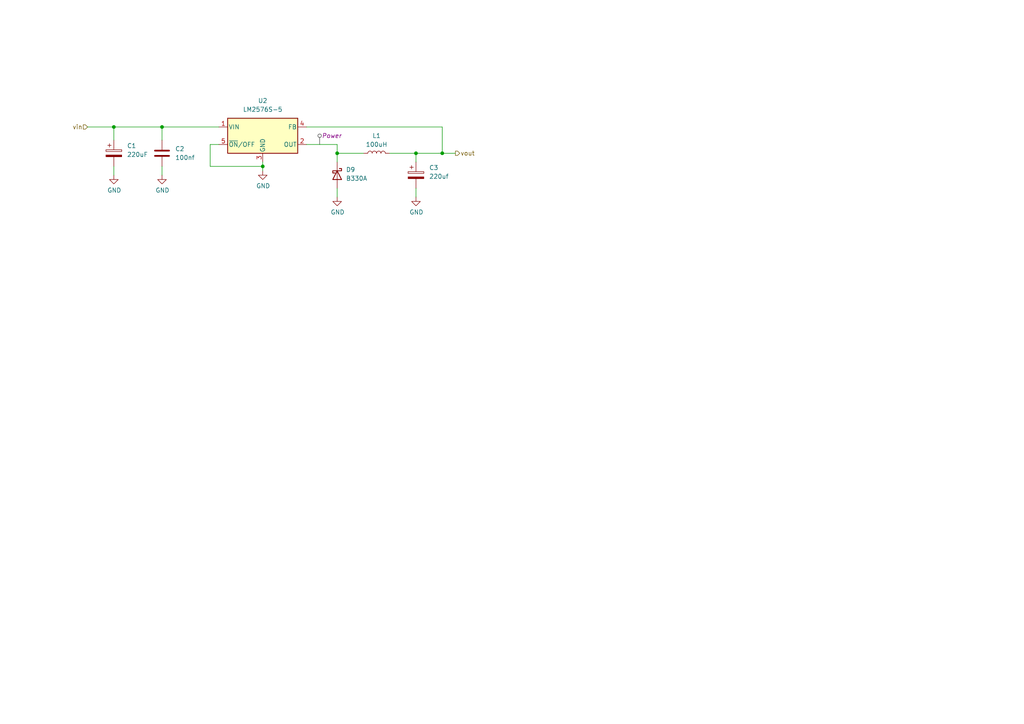
<source format=kicad_sch>
(kicad_sch (version 20231120) (generator "eeschema") (generator_version "8.0")
  (paper "A4")
  (lib_symbols
    (symbol "Device:C" (pin_numbers hide) (pin_names (offset 0.254))
      (property "Reference" "C" (at 0.635 2.54 0))
      (property "Value" "C" (at 0.635 -2.54 0))
      (symbol "C_0_1"
        (polyline (pts (xy -2.032 -0.762) (xy 2.032 -0.762)) (stroke (width 0.508)))
        (polyline (pts (xy -2.032 0.762) (xy 2.032 0.762)) (stroke (width 0.508)))
      )
      (symbol "C_1_1"
        (pin passive line (at 0 3.81 270) (length 2.794) (name "~") (number "1"))
        (pin passive line (at 0 -3.81 90) (length 2.794) (name "~") (number "2"))
      )
    )
    (symbol "Device:C_Polarized" (pin_numbers hide) (pin_names (offset 0.254))
      (property "Reference" "C" (at 0.635 2.54 0))
      (property "Value" "C_Polarized" (at 0.635 -2.54 0))
      (symbol "C_Polarized_0_1"
        (rectangle (start -2.286 0.508) (end 2.286 1.016))
        (polyline (pts (xy -1.778 2.286) (xy -0.762 2.286)))
        (polyline (pts (xy -1.27 2.794) (xy -1.27 1.778)))
        (rectangle (start 2.286 -0.508) (end -2.286 -1.016) (fill (type outline)))
      )
      (symbol "C_Polarized_1_1"
        (pin passive line (at 0 3.81 270) (length 2.794) (name "~") (number "1"))
        (pin passive line (at 0 -3.81 90) (length 2.794) (name "~") (number "2"))
      )
    )
    (symbol "Device:L" (pin_numbers hide) (pin_names (offset 1.016) hide)
      (property "Reference" "L" (at -1.27 0 90))
      (property "Value" "L" (at 1.905 0 90))
      (symbol "L_0_1"
        (arc (start 0 -2.54) (mid 0.6323 -1.905) (end 0 -1.27))
        (arc (start 0 -1.27) (mid 0.6323 -0.635) (end 0 0))
        (arc (start 0 0) (mid 0.6323 0.635) (end 0 1.27))
        (arc (start 0 1.27) (mid 0.6323 1.905) (end 0 2.54))
      )
      (symbol "L_1_1"
        (pin passive line (at 0 3.81 270) (length 1.27) (name "1") (number "1"))
        (pin passive line (at 0 -3.81 90) (length 1.27) (name "2") (number "2"))
      )
    )
    (symbol "Diode:B330" (pin_numbers hide) (pin_names (offset 1.016) hide)
      (property "Reference" "D" (at 0 2.54 0))
      (property "Value" "B330" (at 0 -2.54 0))
      (symbol "B330_0_1"
        (polyline (pts (xy 1.27 0) (xy -1.27 0)))
        (polyline (pts (xy 1.27 1.27) (xy 1.27 -1.27) (xy -1.27 0) (xy 1.27 1.27)) (stroke (width 0.254)))
        (polyline (pts (xy -1.905 0.635) (xy -1.905 1.27) (xy -1.27 1.27) (xy -1.27 -1.27) (xy -0.635 -1.27) (xy -0.635 -0.635)) (stroke (width 0.254)))
      )
      (symbol "B330_1_1"
        (pin passive line (at -3.81 0 0) (length 2.54) (name "K") (number "1"))
        (pin passive line (at 3.81 0 180) (length 2.54) (name "A") (number "2"))
      )
    )
    (symbol "Regulator_Switching:LM2576S-5" (pin_names (offset 0.254))
      (property "Reference" "U" (at -10.16 6.35 0))
      (property "Value" "LM2576S-5" (at 0 6.35 0))
      (symbol "LM2576S-5_0_1"
        (rectangle (start -10.16 5.08) (end 10.16 -5.08) (stroke (width 0.254)) (fill (type background)))
      )
      (symbol "LM2576S-5_1_1"
        (pin power_in line (at -12.7 2.54 0) (length 2.54) (name "VIN") (number "1"))
        (pin output line (at 12.7 -2.54 180) (length 2.54) (name "OUT") (number "2"))
        (pin power_in line (at 0 -7.62 90) (length 2.54) (name "GND") (number "3"))
        (pin input line (at 12.7 2.54 180) (length 2.54) (name "FB") (number "4"))
        (pin input line (at -12.7 -2.54 0) (length 2.54) (name "~{ON}/OFF") (number "5"))
      )
    )
    (symbol "power:GND" (power) (pin_names (offset 0))
      (property "Value" "GND" (at 0 -3.81 0))
      (symbol "GND_0_1"
        (polyline (pts (xy 0 0) (xy 0 -1.27) (xy 1.27 -1.27) (xy 0 -2.54) (xy -1.27 -1.27) (xy 0 -1.27)))
      )
      (symbol "GND_1_1"
        (pin power_in line (at 0 0 270) (length 0) hide (name "GND") (number "1"))
      )
    )
  )
  (junction (at 33.02 36.83))
  (junction (at 128.27 44.45))
  (junction (at 120.65 44.45))
  (junction (at 46.99 36.83))
  (junction (at 97.79 44.45))
  (junction (at 76.2 48.26))
  (wire (pts (xy 76.2 48.26) (xy 76.2 49.53)))
  (wire (pts (xy 46.99 48.26) (xy 46.99 50.8)))
  (wire (pts (xy 97.79 44.45) (xy 105.41 44.45)))
  (wire (pts (xy 60.96 48.26) (xy 76.2 48.26)))
  (wire (pts (xy 25.4 36.83) (xy 33.02 36.83)))
  (wire (pts (xy 88.9 41.91) (xy 97.79 41.91)))
  (wire (pts (xy 128.27 44.45) (xy 132.08 44.45)))
  (wire (pts (xy 97.79 41.91) (xy 97.79 44.45)))
  (wire (pts (xy 113.03 44.45) (xy 120.65 44.45)))
  (wire (pts (xy 120.65 54.61) (xy 120.65 57.15)))
  (wire (pts (xy 128.27 36.83) (xy 128.27 44.45)))
  (wire (pts (xy 63.5 41.91) (xy 60.96 41.91)))
  (wire (pts (xy 97.79 44.45) (xy 97.79 46.99)))
  (wire (pts (xy 60.96 41.91) (xy 60.96 48.26)))
  (wire (pts (xy 46.99 40.64) (xy 46.99 36.83)))
  (wire (pts (xy 88.9 36.83) (xy 128.27 36.83)))
  (wire (pts (xy 120.65 44.45) (xy 128.27 44.45)))
  (wire (pts (xy 76.2 46.99) (xy 76.2 48.26)))
  (wire (pts (xy 120.65 46.99) (xy 120.65 44.45)))
  (wire (pts (xy 46.99 36.83) (xy 33.02 36.83)))
  (wire (pts (xy 97.79 54.61) (xy 97.79 57.15)))
  (wire (pts (xy 33.02 48.26) (xy 33.02 50.8)))
  (wire (pts (xy 46.99 36.83) (xy 63.5 36.83)))
  (wire (pts (xy 33.02 36.83) (xy 33.02 40.64)))
  (hierarchical_label "vout" (shape output) (at 132.08 44.45 0))
  (hierarchical_label "vin" (shape input) (at 25.4 36.83 180))
  (netclass_flag "" (length 2.54) (shape round) (at 92.71 41.91 0) (property "Netclass" "Power" (at 93.3196 39.37 0) (effects (font (italic yes)) (justify left))))
  (symbol (lib_id "Device:C_Polarized") (at 33.02 44.45 0) (unit 1)
    (property "Reference" "C1" (at 36.83 42.291 0) (effects (justify left)))
    (property "Value" "220uF" (at 36.83 44.831 0) (effects (justify left)))
    (property "Footprint" "Capacitor_SMD:CP_Elec_8x10.5" (effects (hide yes)))
    (property "LCSC" "C131124" (effects (hide yes)))
  )
  (symbol (lib_id "power:GND") (at 97.79 57.15 0) (unit 1)
    (property "Reference" "#PWR017" (effects (hide yes)))
    (property "Value" "GND" (at 97.917 61.5442 0))
    (instances (project "LoconetEsp32Craddle" (path "" (reference "#PWR017") (unit 1)) (path "" (reference "#PWR035") (unit 1))))
  )
  (symbol (lib_id "Device:C") (at 46.99 44.45 0) (unit 1)
    (property "Reference" "C2" (at 50.8 43.18 0) (effects (justify left)))
    (property "Value" "100nf" (at 50.8 45.72 0) (effects (justify left)))
    (property "Footprint" "Capacitor_SMD:C_0805_2012Metric" (effects (hide yes)))
    (property "LCSC" "C282732" (effects (hide yes)))
  )
  (symbol (lib_id "Regulator_Switching:LM2576S-5") (at 76.2 39.37 0) (unit 1)
    (property "Reference" "U2" (at 76.2 29.21 0))
    (property "Value" "LM2576S-5" (at 76.2 31.75 0))
    (property "Footprint" "Package_TO_SOT_SMD:TO-263-5_TabPin3" (effects (hide yes)))
    (property "Datasheet" "http://www.ti.com/lit/ds/symlink/lm2576.pdf" (effects (hide yes)))
    (property "LCSC" "C194472" (effects (hide yes)))
  )
  (symbol (lib_id "power:GND") (at 33.02 50.8 0) (unit 1)
    (property "Reference" "#PWR017" (effects (hide yes)))
    (property "Value" "GND" (at 33.147 55.1942 0))
    (instances (project "LoconetEsp32Craddle" (path "" (reference "#PWR017") (unit 1)) (path "" (reference "#PWR028") (unit 1))))
  )
  (symbol (lib_id "Diode:B330") (at 97.79 50.8 270) (unit 1)
    (property "Reference" "D9" (at 100.33 49.2125 90) (effects (justify left)))
    (property "Value" "B330A" (at 100.33 51.7525 90) (effects (justify left)))
    (property "Footprint" "Diode_SMD:D_SMA" (effects (hide yes)))
    (property "Datasheet" "http://www.jameco.com/Jameco/Products/ProdDS/1538777.pdf" (effects (hide yes)))
    (property "LCSC" "C110485" (effects (hide yes)))
  )
  (symbol (lib_id "power:GND") (at 76.2 49.53 0) (unit 1)
    (property "Reference" "#PWR017" (effects (hide yes)))
    (property "Value" "GND" (at 76.327 53.9242 0))
    (instances (project "LoconetEsp32Craddle" (path "" (reference "#PWR017") (unit 1)) (path "" (reference "#PWR031") (unit 1))))
  )
  (symbol (lib_id "Device:L") (at 109.22 44.45 90) (unit 1)
    (property "Reference" "L1" (at 109.22 39.37 90))
    (property "Value" "100uH" (at 109.22 41.91 90))
    (property "Footprint" "Inductor_SMD:L_Sunlord_MWSA1206S-101" (effects (hide yes)))
    (property "LCSC" "C408533" (effects (hide yes)))
  )
  (symbol (lib_id "power:GND") (at 46.99 50.8 0) (unit 1)
    (property "Reference" "#PWR017" (effects (hide yes)))
    (property "Value" "GND" (at 47.117 55.1942 0))
    (instances (project "LoconetEsp32Craddle" (path "" (reference "#PWR017") (unit 1)) (path "" (reference "#PWR030") (unit 1))))
  )
  (symbol (lib_id "power:GND") (at 120.65 57.15 0) (unit 1)
    (property "Reference" "#PWR017" (effects (hide yes)))
    (property "Value" "GND" (at 120.777 61.5442 0))
    (instances (project "LoconetEsp32Craddle" (path "" (reference "#PWR017") (unit 1)) (path "" (reference "#PWR029") (unit 1))))
  )
  (symbol (lib_id "Device:C_Polarized") (at 120.65 50.8 0) (unit 1)
    (property "Reference" "C3" (at 124.46 48.641 0) (effects (justify left)))
    (property "Value" "220uf" (at 124.46 51.181 0) (effects (justify left)))
    (property "Footprint" "Capacitor_SMD:CP_Elec_8x10.5" (effects (hide yes)))
    (property "LCSC" "C131124" (effects (hide yes)))
  )
)
</source>
